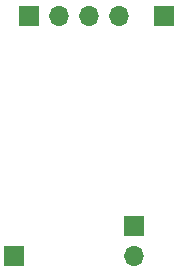
<source format=gbr>
%TF.GenerationSoftware,KiCad,Pcbnew,(6.0.5-0)*%
%TF.CreationDate,2022-11-19T14:20:50-08:00*%
%TF.ProjectId,teensy-lc-reg-adpt,7465656e-7379-42d6-9c63-2d7265672d61,rev?*%
%TF.SameCoordinates,PX8a12ae0PY695f190*%
%TF.FileFunction,Soldermask,Bot*%
%TF.FilePolarity,Negative*%
%FSLAX46Y46*%
G04 Gerber Fmt 4.6, Leading zero omitted, Abs format (unit mm)*
G04 Created by KiCad (PCBNEW (6.0.5-0)) date 2022-11-19 14:20:50*
%MOMM*%
%LPD*%
G01*
G04 APERTURE LIST*
%ADD10R,1.700000X1.700000*%
%ADD11O,1.700000X1.700000*%
G04 APERTURE END LIST*
D10*
%TO.C,J4*%
X16510000Y21590000D03*
%TD*%
%TO.C,J2*%
X5080000Y21590000D03*
D11*
X7620000Y21590000D03*
X10160000Y21590000D03*
X12700000Y21590000D03*
%TD*%
D10*
%TO.C,J3*%
X13970000Y3810000D03*
D11*
X13970000Y1270000D03*
%TD*%
D10*
%TO.C,J1*%
X3810000Y1270000D03*
%TD*%
M02*

</source>
